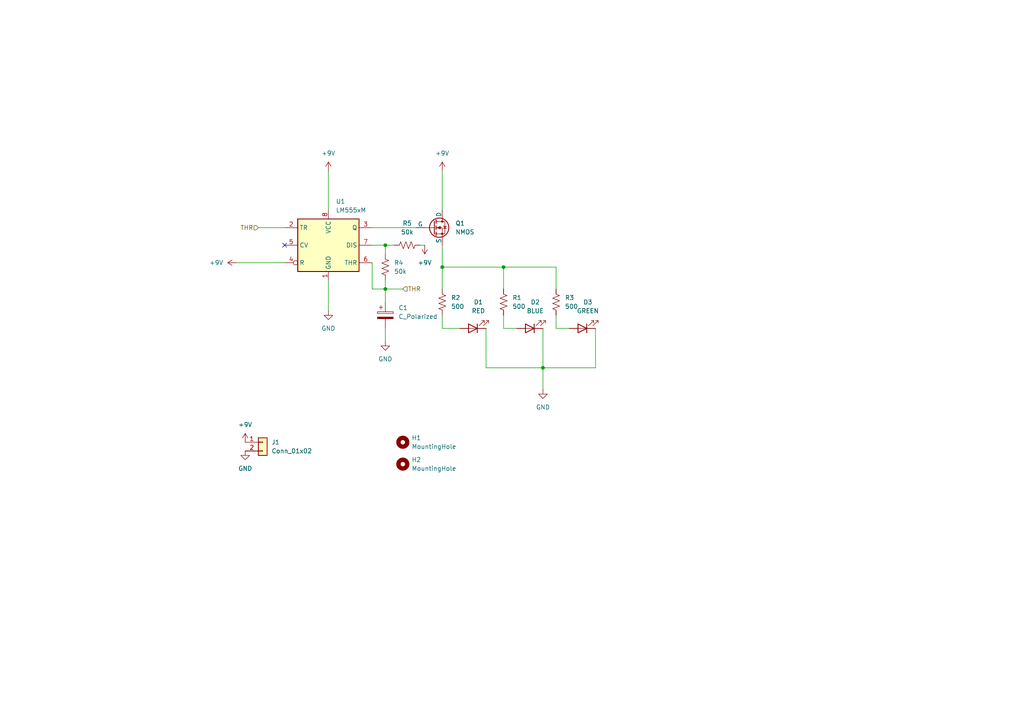
<source format=kicad_sch>
(kicad_sch
	(version 20250114)
	(generator "eeschema")
	(generator_version "9.0")
	(uuid "cbe7dd14-f4ac-481f-bede-bc427dcec5b0")
	(paper "A4")
	(lib_symbols
		(symbol "Connector_Generic:Conn_01x02"
			(pin_names
				(offset 1.016)
				(hide yes)
			)
			(exclude_from_sim no)
			(in_bom yes)
			(on_board yes)
			(property "Reference" "J"
				(at 0 2.54 0)
				(effects
					(font
						(size 1.27 1.27)
					)
				)
			)
			(property "Value" "Conn_01x02"
				(at 0 -5.08 0)
				(effects
					(font
						(size 1.27 1.27)
					)
				)
			)
			(property "Footprint" ""
				(at 0 0 0)
				(effects
					(font
						(size 1.27 1.27)
					)
					(hide yes)
				)
			)
			(property "Datasheet" "~"
				(at 0 0 0)
				(effects
					(font
						(size 1.27 1.27)
					)
					(hide yes)
				)
			)
			(property "Description" "Generic connector, single row, 01x02, script generated (kicad-library-utils/schlib/autogen/connector/)"
				(at 0 0 0)
				(effects
					(font
						(size 1.27 1.27)
					)
					(hide yes)
				)
			)
			(property "ki_keywords" "connector"
				(at 0 0 0)
				(effects
					(font
						(size 1.27 1.27)
					)
					(hide yes)
				)
			)
			(property "ki_fp_filters" "Connector*:*_1x??_*"
				(at 0 0 0)
				(effects
					(font
						(size 1.27 1.27)
					)
					(hide yes)
				)
			)
			(symbol "Conn_01x02_1_1"
				(rectangle
					(start -1.27 1.27)
					(end 1.27 -3.81)
					(stroke
						(width 0.254)
						(type default)
					)
					(fill
						(type background)
					)
				)
				(rectangle
					(start -1.27 0.127)
					(end 0 -0.127)
					(stroke
						(width 0.1524)
						(type default)
					)
					(fill
						(type none)
					)
				)
				(rectangle
					(start -1.27 -2.413)
					(end 0 -2.667)
					(stroke
						(width 0.1524)
						(type default)
					)
					(fill
						(type none)
					)
				)
				(pin passive line
					(at -5.08 0 0)
					(length 3.81)
					(name "Pin_1"
						(effects
							(font
								(size 1.27 1.27)
							)
						)
					)
					(number "1"
						(effects
							(font
								(size 1.27 1.27)
							)
						)
					)
				)
				(pin passive line
					(at -5.08 -2.54 0)
					(length 3.81)
					(name "Pin_2"
						(effects
							(font
								(size 1.27 1.27)
							)
						)
					)
					(number "2"
						(effects
							(font
								(size 1.27 1.27)
							)
						)
					)
				)
			)
			(embedded_fonts no)
		)
		(symbol "Device:C_Polarized"
			(pin_numbers
				(hide yes)
			)
			(pin_names
				(offset 0.254)
			)
			(exclude_from_sim no)
			(in_bom yes)
			(on_board yes)
			(property "Reference" "C"
				(at 0.635 2.54 0)
				(effects
					(font
						(size 1.27 1.27)
					)
					(justify left)
				)
			)
			(property "Value" "C_Polarized"
				(at 0.635 -2.54 0)
				(effects
					(font
						(size 1.27 1.27)
					)
					(justify left)
				)
			)
			(property "Footprint" ""
				(at 0.9652 -3.81 0)
				(effects
					(font
						(size 1.27 1.27)
					)
					(hide yes)
				)
			)
			(property "Datasheet" "~"
				(at 0 0 0)
				(effects
					(font
						(size 1.27 1.27)
					)
					(hide yes)
				)
			)
			(property "Description" "Polarized capacitor"
				(at 0 0 0)
				(effects
					(font
						(size 1.27 1.27)
					)
					(hide yes)
				)
			)
			(property "ki_keywords" "cap capacitor"
				(at 0 0 0)
				(effects
					(font
						(size 1.27 1.27)
					)
					(hide yes)
				)
			)
			(property "ki_fp_filters" "CP_*"
				(at 0 0 0)
				(effects
					(font
						(size 1.27 1.27)
					)
					(hide yes)
				)
			)
			(symbol "C_Polarized_0_1"
				(rectangle
					(start -2.286 0.508)
					(end 2.286 1.016)
					(stroke
						(width 0)
						(type default)
					)
					(fill
						(type none)
					)
				)
				(polyline
					(pts
						(xy -1.778 2.286) (xy -0.762 2.286)
					)
					(stroke
						(width 0)
						(type default)
					)
					(fill
						(type none)
					)
				)
				(polyline
					(pts
						(xy -1.27 2.794) (xy -1.27 1.778)
					)
					(stroke
						(width 0)
						(type default)
					)
					(fill
						(type none)
					)
				)
				(rectangle
					(start 2.286 -0.508)
					(end -2.286 -1.016)
					(stroke
						(width 0)
						(type default)
					)
					(fill
						(type outline)
					)
				)
			)
			(symbol "C_Polarized_1_1"
				(pin passive line
					(at 0 3.81 270)
					(length 2.794)
					(name "~"
						(effects
							(font
								(size 1.27 1.27)
							)
						)
					)
					(number "1"
						(effects
							(font
								(size 1.27 1.27)
							)
						)
					)
				)
				(pin passive line
					(at 0 -3.81 90)
					(length 2.794)
					(name "~"
						(effects
							(font
								(size 1.27 1.27)
							)
						)
					)
					(number "2"
						(effects
							(font
								(size 1.27 1.27)
							)
						)
					)
				)
			)
			(embedded_fonts no)
		)
		(symbol "Device:LED"
			(pin_numbers
				(hide yes)
			)
			(pin_names
				(offset 1.016)
				(hide yes)
			)
			(exclude_from_sim no)
			(in_bom yes)
			(on_board yes)
			(property "Reference" "D"
				(at 0 2.54 0)
				(effects
					(font
						(size 1.27 1.27)
					)
				)
			)
			(property "Value" "LED"
				(at 0 -2.54 0)
				(effects
					(font
						(size 1.27 1.27)
					)
				)
			)
			(property "Footprint" ""
				(at 0 0 0)
				(effects
					(font
						(size 1.27 1.27)
					)
					(hide yes)
				)
			)
			(property "Datasheet" "~"
				(at 0 0 0)
				(effects
					(font
						(size 1.27 1.27)
					)
					(hide yes)
				)
			)
			(property "Description" "Light emitting diode"
				(at 0 0 0)
				(effects
					(font
						(size 1.27 1.27)
					)
					(hide yes)
				)
			)
			(property "Sim.Pins" "1=K 2=A"
				(at 0 0 0)
				(effects
					(font
						(size 1.27 1.27)
					)
					(hide yes)
				)
			)
			(property "ki_keywords" "LED diode"
				(at 0 0 0)
				(effects
					(font
						(size 1.27 1.27)
					)
					(hide yes)
				)
			)
			(property "ki_fp_filters" "LED* LED_SMD:* LED_THT:*"
				(at 0 0 0)
				(effects
					(font
						(size 1.27 1.27)
					)
					(hide yes)
				)
			)
			(symbol "LED_0_1"
				(polyline
					(pts
						(xy -3.048 -0.762) (xy -4.572 -2.286) (xy -3.81 -2.286) (xy -4.572 -2.286) (xy -4.572 -1.524)
					)
					(stroke
						(width 0)
						(type default)
					)
					(fill
						(type none)
					)
				)
				(polyline
					(pts
						(xy -1.778 -0.762) (xy -3.302 -2.286) (xy -2.54 -2.286) (xy -3.302 -2.286) (xy -3.302 -1.524)
					)
					(stroke
						(width 0)
						(type default)
					)
					(fill
						(type none)
					)
				)
				(polyline
					(pts
						(xy -1.27 0) (xy 1.27 0)
					)
					(stroke
						(width 0)
						(type default)
					)
					(fill
						(type none)
					)
				)
				(polyline
					(pts
						(xy -1.27 -1.27) (xy -1.27 1.27)
					)
					(stroke
						(width 0.254)
						(type default)
					)
					(fill
						(type none)
					)
				)
				(polyline
					(pts
						(xy 1.27 -1.27) (xy 1.27 1.27) (xy -1.27 0) (xy 1.27 -1.27)
					)
					(stroke
						(width 0.254)
						(type default)
					)
					(fill
						(type none)
					)
				)
			)
			(symbol "LED_1_1"
				(pin passive line
					(at -3.81 0 0)
					(length 2.54)
					(name "K"
						(effects
							(font
								(size 1.27 1.27)
							)
						)
					)
					(number "1"
						(effects
							(font
								(size 1.27 1.27)
							)
						)
					)
				)
				(pin passive line
					(at 3.81 0 180)
					(length 2.54)
					(name "A"
						(effects
							(font
								(size 1.27 1.27)
							)
						)
					)
					(number "2"
						(effects
							(font
								(size 1.27 1.27)
							)
						)
					)
				)
			)
			(embedded_fonts no)
		)
		(symbol "Device:R_US"
			(pin_numbers
				(hide yes)
			)
			(pin_names
				(offset 0)
			)
			(exclude_from_sim no)
			(in_bom yes)
			(on_board yes)
			(property "Reference" "R"
				(at 2.54 0 90)
				(effects
					(font
						(size 1.27 1.27)
					)
				)
			)
			(property "Value" "R_US"
				(at -2.54 0 90)
				(effects
					(font
						(size 1.27 1.27)
					)
				)
			)
			(property "Footprint" ""
				(at 1.016 -0.254 90)
				(effects
					(font
						(size 1.27 1.27)
					)
					(hide yes)
				)
			)
			(property "Datasheet" "~"
				(at 0 0 0)
				(effects
					(font
						(size 1.27 1.27)
					)
					(hide yes)
				)
			)
			(property "Description" "Resistor, US symbol"
				(at 0 0 0)
				(effects
					(font
						(size 1.27 1.27)
					)
					(hide yes)
				)
			)
			(property "ki_keywords" "R res resistor"
				(at 0 0 0)
				(effects
					(font
						(size 1.27 1.27)
					)
					(hide yes)
				)
			)
			(property "ki_fp_filters" "R_*"
				(at 0 0 0)
				(effects
					(font
						(size 1.27 1.27)
					)
					(hide yes)
				)
			)
			(symbol "R_US_0_1"
				(polyline
					(pts
						(xy 0 2.286) (xy 0 2.54)
					)
					(stroke
						(width 0)
						(type default)
					)
					(fill
						(type none)
					)
				)
				(polyline
					(pts
						(xy 0 2.286) (xy 1.016 1.905) (xy 0 1.524) (xy -1.016 1.143) (xy 0 0.762)
					)
					(stroke
						(width 0)
						(type default)
					)
					(fill
						(type none)
					)
				)
				(polyline
					(pts
						(xy 0 0.762) (xy 1.016 0.381) (xy 0 0) (xy -1.016 -0.381) (xy 0 -0.762)
					)
					(stroke
						(width 0)
						(type default)
					)
					(fill
						(type none)
					)
				)
				(polyline
					(pts
						(xy 0 -0.762) (xy 1.016 -1.143) (xy 0 -1.524) (xy -1.016 -1.905) (xy 0 -2.286)
					)
					(stroke
						(width 0)
						(type default)
					)
					(fill
						(type none)
					)
				)
				(polyline
					(pts
						(xy 0 -2.286) (xy 0 -2.54)
					)
					(stroke
						(width 0)
						(type default)
					)
					(fill
						(type none)
					)
				)
			)
			(symbol "R_US_1_1"
				(pin passive line
					(at 0 3.81 270)
					(length 1.27)
					(name "~"
						(effects
							(font
								(size 1.27 1.27)
							)
						)
					)
					(number "1"
						(effects
							(font
								(size 1.27 1.27)
							)
						)
					)
				)
				(pin passive line
					(at 0 -3.81 90)
					(length 1.27)
					(name "~"
						(effects
							(font
								(size 1.27 1.27)
							)
						)
					)
					(number "2"
						(effects
							(font
								(size 1.27 1.27)
							)
						)
					)
				)
			)
			(embedded_fonts no)
		)
		(symbol "Mechanical:MountingHole"
			(pin_names
				(offset 1.016)
			)
			(exclude_from_sim no)
			(in_bom no)
			(on_board yes)
			(property "Reference" "H"
				(at 0 5.08 0)
				(effects
					(font
						(size 1.27 1.27)
					)
				)
			)
			(property "Value" "MountingHole"
				(at 0 3.175 0)
				(effects
					(font
						(size 1.27 1.27)
					)
				)
			)
			(property "Footprint" ""
				(at 0 0 0)
				(effects
					(font
						(size 1.27 1.27)
					)
					(hide yes)
				)
			)
			(property "Datasheet" "~"
				(at 0 0 0)
				(effects
					(font
						(size 1.27 1.27)
					)
					(hide yes)
				)
			)
			(property "Description" "Mounting Hole without connection"
				(at 0 0 0)
				(effects
					(font
						(size 1.27 1.27)
					)
					(hide yes)
				)
			)
			(property "ki_keywords" "mounting hole"
				(at 0 0 0)
				(effects
					(font
						(size 1.27 1.27)
					)
					(hide yes)
				)
			)
			(property "ki_fp_filters" "MountingHole*"
				(at 0 0 0)
				(effects
					(font
						(size 1.27 1.27)
					)
					(hide yes)
				)
			)
			(symbol "MountingHole_0_1"
				(circle
					(center 0 0)
					(radius 1.27)
					(stroke
						(width 1.27)
						(type default)
					)
					(fill
						(type none)
					)
				)
			)
			(embedded_fonts no)
		)
		(symbol "Simulation_SPICE:NMOS"
			(pin_numbers
				(hide yes)
			)
			(pin_names
				(offset 0)
			)
			(exclude_from_sim no)
			(in_bom yes)
			(on_board yes)
			(property "Reference" "Q"
				(at 5.08 1.27 0)
				(effects
					(font
						(size 1.27 1.27)
					)
					(justify left)
				)
			)
			(property "Value" "NMOS"
				(at 5.08 -1.27 0)
				(effects
					(font
						(size 1.27 1.27)
					)
					(justify left)
				)
			)
			(property "Footprint" ""
				(at 5.08 2.54 0)
				(effects
					(font
						(size 1.27 1.27)
					)
					(hide yes)
				)
			)
			(property "Datasheet" "https://ngspice.sourceforge.io/docs/ngspice-html-manual/manual.xhtml#cha_MOSFETs"
				(at 0 -12.7 0)
				(effects
					(font
						(size 1.27 1.27)
					)
					(hide yes)
				)
			)
			(property "Description" "N-MOSFET transistor, drain/source/gate"
				(at 0 0 0)
				(effects
					(font
						(size 1.27 1.27)
					)
					(hide yes)
				)
			)
			(property "Sim.Device" "NMOS"
				(at 0 -17.145 0)
				(effects
					(font
						(size 1.27 1.27)
					)
					(hide yes)
				)
			)
			(property "Sim.Type" "VDMOS"
				(at 0 -19.05 0)
				(effects
					(font
						(size 1.27 1.27)
					)
					(hide yes)
				)
			)
			(property "Sim.Pins" "1=D 2=G 3=S"
				(at 0 -15.24 0)
				(effects
					(font
						(size 1.27 1.27)
					)
					(hide yes)
				)
			)
			(property "ki_keywords" "transistor NMOS N-MOS N-MOSFET simulation"
				(at 0 0 0)
				(effects
					(font
						(size 1.27 1.27)
					)
					(hide yes)
				)
			)
			(symbol "NMOS_0_1"
				(polyline
					(pts
						(xy 0.254 1.905) (xy 0.254 -1.905)
					)
					(stroke
						(width 0.254)
						(type default)
					)
					(fill
						(type none)
					)
				)
				(polyline
					(pts
						(xy 0.254 0) (xy -2.54 0)
					)
					(stroke
						(width 0)
						(type default)
					)
					(fill
						(type none)
					)
				)
				(polyline
					(pts
						(xy 0.762 2.286) (xy 0.762 1.27)
					)
					(stroke
						(width 0.254)
						(type default)
					)
					(fill
						(type none)
					)
				)
				(polyline
					(pts
						(xy 0.762 0.508) (xy 0.762 -0.508)
					)
					(stroke
						(width 0.254)
						(type default)
					)
					(fill
						(type none)
					)
				)
				(polyline
					(pts
						(xy 0.762 -1.27) (xy 0.762 -2.286)
					)
					(stroke
						(width 0.254)
						(type default)
					)
					(fill
						(type none)
					)
				)
				(polyline
					(pts
						(xy 0.762 -1.778) (xy 3.302 -1.778) (xy 3.302 1.778) (xy 0.762 1.778)
					)
					(stroke
						(width 0)
						(type default)
					)
					(fill
						(type none)
					)
				)
				(polyline
					(pts
						(xy 1.016 0) (xy 2.032 0.381) (xy 2.032 -0.381) (xy 1.016 0)
					)
					(stroke
						(width 0)
						(type default)
					)
					(fill
						(type outline)
					)
				)
				(circle
					(center 1.651 0)
					(radius 2.794)
					(stroke
						(width 0.254)
						(type default)
					)
					(fill
						(type none)
					)
				)
				(polyline
					(pts
						(xy 2.54 2.54) (xy 2.54 1.778)
					)
					(stroke
						(width 0)
						(type default)
					)
					(fill
						(type none)
					)
				)
				(circle
					(center 2.54 1.778)
					(radius 0.254)
					(stroke
						(width 0)
						(type default)
					)
					(fill
						(type outline)
					)
				)
				(circle
					(center 2.54 -1.778)
					(radius 0.254)
					(stroke
						(width 0)
						(type default)
					)
					(fill
						(type outline)
					)
				)
				(polyline
					(pts
						(xy 2.54 -2.54) (xy 2.54 0) (xy 0.762 0)
					)
					(stroke
						(width 0)
						(type default)
					)
					(fill
						(type none)
					)
				)
				(polyline
					(pts
						(xy 2.794 0.508) (xy 2.921 0.381) (xy 3.683 0.381) (xy 3.81 0.254)
					)
					(stroke
						(width 0)
						(type default)
					)
					(fill
						(type none)
					)
				)
				(polyline
					(pts
						(xy 3.302 0.381) (xy 2.921 -0.254) (xy 3.683 -0.254) (xy 3.302 0.381)
					)
					(stroke
						(width 0)
						(type default)
					)
					(fill
						(type none)
					)
				)
			)
			(symbol "NMOS_1_1"
				(pin input line
					(at -5.08 0 0)
					(length 2.54)
					(name "G"
						(effects
							(font
								(size 1.27 1.27)
							)
						)
					)
					(number "2"
						(effects
							(font
								(size 1.27 1.27)
							)
						)
					)
				)
				(pin passive line
					(at 2.54 5.08 270)
					(length 2.54)
					(name "D"
						(effects
							(font
								(size 1.27 1.27)
							)
						)
					)
					(number "1"
						(effects
							(font
								(size 1.27 1.27)
							)
						)
					)
				)
				(pin passive line
					(at 2.54 -5.08 90)
					(length 2.54)
					(name "S"
						(effects
							(font
								(size 1.27 1.27)
							)
						)
					)
					(number "3"
						(effects
							(font
								(size 1.27 1.27)
							)
						)
					)
				)
			)
			(embedded_fonts no)
		)
		(symbol "Timer:LM555xM"
			(exclude_from_sim no)
			(in_bom yes)
			(on_board yes)
			(property "Reference" "U"
				(at -10.16 8.89 0)
				(effects
					(font
						(size 1.27 1.27)
					)
					(justify left)
				)
			)
			(property "Value" "LM555xM"
				(at 2.54 8.89 0)
				(effects
					(font
						(size 1.27 1.27)
					)
					(justify left)
				)
			)
			(property "Footprint" "Package_SO:SOIC-8_3.9x4.9mm_P1.27mm"
				(at 21.59 -10.16 0)
				(effects
					(font
						(size 1.27 1.27)
					)
					(hide yes)
				)
			)
			(property "Datasheet" "http://www.ti.com/lit/ds/symlink/lm555.pdf"
				(at 21.59 -10.16 0)
				(effects
					(font
						(size 1.27 1.27)
					)
					(hide yes)
				)
			)
			(property "Description" "Timer, 555 compatible, SOIC-8"
				(at 0 0 0)
				(effects
					(font
						(size 1.27 1.27)
					)
					(hide yes)
				)
			)
			(property "ki_keywords" "single timer 555"
				(at 0 0 0)
				(effects
					(font
						(size 1.27 1.27)
					)
					(hide yes)
				)
			)
			(property "ki_fp_filters" "SOIC*3.9x4.9mm*P1.27mm*"
				(at 0 0 0)
				(effects
					(font
						(size 1.27 1.27)
					)
					(hide yes)
				)
			)
			(symbol "LM555xM_0_0"
				(pin power_in line
					(at 0 10.16 270)
					(length 2.54)
					(name "VCC"
						(effects
							(font
								(size 1.27 1.27)
							)
						)
					)
					(number "8"
						(effects
							(font
								(size 1.27 1.27)
							)
						)
					)
				)
				(pin power_in line
					(at 0 -10.16 90)
					(length 2.54)
					(name "GND"
						(effects
							(font
								(size 1.27 1.27)
							)
						)
					)
					(number "1"
						(effects
							(font
								(size 1.27 1.27)
							)
						)
					)
				)
			)
			(symbol "LM555xM_0_1"
				(rectangle
					(start -8.89 -7.62)
					(end 8.89 7.62)
					(stroke
						(width 0.254)
						(type default)
					)
					(fill
						(type background)
					)
				)
				(rectangle
					(start -8.89 -7.62)
					(end 8.89 7.62)
					(stroke
						(width 0.254)
						(type default)
					)
					(fill
						(type background)
					)
				)
			)
			(symbol "LM555xM_1_1"
				(pin input line
					(at -12.7 5.08 0)
					(length 3.81)
					(name "TR"
						(effects
							(font
								(size 1.27 1.27)
							)
						)
					)
					(number "2"
						(effects
							(font
								(size 1.27 1.27)
							)
						)
					)
				)
				(pin input line
					(at -12.7 0 0)
					(length 3.81)
					(name "CV"
						(effects
							(font
								(size 1.27 1.27)
							)
						)
					)
					(number "5"
						(effects
							(font
								(size 1.27 1.27)
							)
						)
					)
				)
				(pin input inverted
					(at -12.7 -5.08 0)
					(length 3.81)
					(name "R"
						(effects
							(font
								(size 1.27 1.27)
							)
						)
					)
					(number "4"
						(effects
							(font
								(size 1.27 1.27)
							)
						)
					)
				)
				(pin output line
					(at 12.7 5.08 180)
					(length 3.81)
					(name "Q"
						(effects
							(font
								(size 1.27 1.27)
							)
						)
					)
					(number "3"
						(effects
							(font
								(size 1.27 1.27)
							)
						)
					)
				)
				(pin input line
					(at 12.7 0 180)
					(length 3.81)
					(name "DIS"
						(effects
							(font
								(size 1.27 1.27)
							)
						)
					)
					(number "7"
						(effects
							(font
								(size 1.27 1.27)
							)
						)
					)
				)
				(pin input line
					(at 12.7 -5.08 180)
					(length 3.81)
					(name "THR"
						(effects
							(font
								(size 1.27 1.27)
							)
						)
					)
					(number "6"
						(effects
							(font
								(size 1.27 1.27)
							)
						)
					)
				)
			)
			(embedded_fonts no)
		)
		(symbol "power:+9V"
			(power)
			(pin_numbers
				(hide yes)
			)
			(pin_names
				(offset 0)
				(hide yes)
			)
			(exclude_from_sim no)
			(in_bom yes)
			(on_board yes)
			(property "Reference" "#PWR"
				(at 0 -3.81 0)
				(effects
					(font
						(size 1.27 1.27)
					)
					(hide yes)
				)
			)
			(property "Value" "+9V"
				(at 0 3.556 0)
				(effects
					(font
						(size 1.27 1.27)
					)
				)
			)
			(property "Footprint" ""
				(at 0 0 0)
				(effects
					(font
						(size 1.27 1.27)
					)
					(hide yes)
				)
			)
			(property "Datasheet" ""
				(at 0 0 0)
				(effects
					(font
						(size 1.27 1.27)
					)
					(hide yes)
				)
			)
			(property "Description" "Power symbol creates a global label with name \"+9V\""
				(at 0 0 0)
				(effects
					(font
						(size 1.27 1.27)
					)
					(hide yes)
				)
			)
			(property "ki_keywords" "global power"
				(at 0 0 0)
				(effects
					(font
						(size 1.27 1.27)
					)
					(hide yes)
				)
			)
			(symbol "+9V_0_1"
				(polyline
					(pts
						(xy -0.762 1.27) (xy 0 2.54)
					)
					(stroke
						(width 0)
						(type default)
					)
					(fill
						(type none)
					)
				)
				(polyline
					(pts
						(xy 0 2.54) (xy 0.762 1.27)
					)
					(stroke
						(width 0)
						(type default)
					)
					(fill
						(type none)
					)
				)
				(polyline
					(pts
						(xy 0 0) (xy 0 2.54)
					)
					(stroke
						(width 0)
						(type default)
					)
					(fill
						(type none)
					)
				)
			)
			(symbol "+9V_1_1"
				(pin power_in line
					(at 0 0 90)
					(length 0)
					(name "~"
						(effects
							(font
								(size 1.27 1.27)
							)
						)
					)
					(number "1"
						(effects
							(font
								(size 1.27 1.27)
							)
						)
					)
				)
			)
			(embedded_fonts no)
		)
		(symbol "power:GND"
			(power)
			(pin_numbers
				(hide yes)
			)
			(pin_names
				(offset 0)
				(hide yes)
			)
			(exclude_from_sim no)
			(in_bom yes)
			(on_board yes)
			(property "Reference" "#PWR"
				(at 0 -6.35 0)
				(effects
					(font
						(size 1.27 1.27)
					)
					(hide yes)
				)
			)
			(property "Value" "GND"
				(at 0 -3.81 0)
				(effects
					(font
						(size 1.27 1.27)
					)
				)
			)
			(property "Footprint" ""
				(at 0 0 0)
				(effects
					(font
						(size 1.27 1.27)
					)
					(hide yes)
				)
			)
			(property "Datasheet" ""
				(at 0 0 0)
				(effects
					(font
						(size 1.27 1.27)
					)
					(hide yes)
				)
			)
			(property "Description" "Power symbol creates a global label with name \"GND\" , ground"
				(at 0 0 0)
				(effects
					(font
						(size 1.27 1.27)
					)
					(hide yes)
				)
			)
			(property "ki_keywords" "global power"
				(at 0 0 0)
				(effects
					(font
						(size 1.27 1.27)
					)
					(hide yes)
				)
			)
			(symbol "GND_0_1"
				(polyline
					(pts
						(xy 0 0) (xy 0 -1.27) (xy 1.27 -1.27) (xy 0 -2.54) (xy -1.27 -1.27) (xy 0 -1.27)
					)
					(stroke
						(width 0)
						(type default)
					)
					(fill
						(type none)
					)
				)
			)
			(symbol "GND_1_1"
				(pin power_in line
					(at 0 0 270)
					(length 0)
					(name "~"
						(effects
							(font
								(size 1.27 1.27)
							)
						)
					)
					(number "1"
						(effects
							(font
								(size 1.27 1.27)
							)
						)
					)
				)
			)
			(embedded_fonts no)
		)
	)
	(junction
		(at 111.76 71.12)
		(diameter 0)
		(color 0 0 0 0)
		(uuid "01e6e1b8-8944-455f-8f21-a5456be7ebde")
	)
	(junction
		(at 146.05 77.47)
		(diameter 0)
		(color 0 0 0 0)
		(uuid "558c0531-5feb-40e2-8ffc-033ea209e12c")
	)
	(junction
		(at 128.27 77.47)
		(diameter 0)
		(color 0 0 0 0)
		(uuid "7ad3af78-62c8-4968-a391-633b50258fcf")
	)
	(junction
		(at 111.76 83.82)
		(diameter 0)
		(color 0 0 0 0)
		(uuid "c0e3a3b0-895e-4fce-a635-c947df981ec9")
	)
	(junction
		(at 157.48 106.68)
		(diameter 0)
		(color 0 0 0 0)
		(uuid "e231a438-db8d-458d-acae-f68e3ad41afa")
	)
	(no_connect
		(at 82.55 71.12)
		(uuid "51d3ff6b-6669-4a9f-9e15-e0da03b75570")
	)
	(wire
		(pts
			(xy 128.27 77.47) (xy 146.05 77.47)
		)
		(stroke
			(width 0)
			(type default)
		)
		(uuid "07d91e79-3522-40ca-b3b1-f805d64e53f5")
	)
	(wire
		(pts
			(xy 107.95 83.82) (xy 111.76 83.82)
		)
		(stroke
			(width 0)
			(type default)
		)
		(uuid "13518f5f-f4c2-489a-8d7f-35614cb86465")
	)
	(wire
		(pts
			(xy 128.27 95.25) (xy 133.35 95.25)
		)
		(stroke
			(width 0)
			(type default)
		)
		(uuid "13c75f1b-02db-489f-9035-87c49d9dddb6")
	)
	(wire
		(pts
			(xy 128.27 71.12) (xy 128.27 77.47)
		)
		(stroke
			(width 0)
			(type default)
		)
		(uuid "1775ddae-e040-4227-804d-c16330485a8c")
	)
	(wire
		(pts
			(xy 146.05 77.47) (xy 146.05 83.82)
		)
		(stroke
			(width 0)
			(type default)
		)
		(uuid "2387dba9-561e-4d4e-95af-be99ec947de6")
	)
	(wire
		(pts
			(xy 95.25 81.28) (xy 95.25 90.17)
		)
		(stroke
			(width 0)
			(type default)
		)
		(uuid "389baf47-47f7-4cce-84c9-20455cec5937")
	)
	(wire
		(pts
			(xy 128.27 49.53) (xy 128.27 60.96)
		)
		(stroke
			(width 0)
			(type default)
		)
		(uuid "3b75a948-ce8d-4543-be6c-10d99b5da62a")
	)
	(wire
		(pts
			(xy 111.76 95.25) (xy 111.76 99.06)
		)
		(stroke
			(width 0)
			(type default)
		)
		(uuid "46745e78-ffca-44b7-943f-b0499f470414")
	)
	(wire
		(pts
			(xy 157.48 106.68) (xy 157.48 113.03)
		)
		(stroke
			(width 0)
			(type default)
		)
		(uuid "4a25a2fd-60a2-48d2-b1eb-775a4d5b7201")
	)
	(wire
		(pts
			(xy 111.76 83.82) (xy 111.76 87.63)
		)
		(stroke
			(width 0)
			(type default)
		)
		(uuid "4b9681f4-d10a-4441-8bb6-0cf757d85974")
	)
	(wire
		(pts
			(xy 111.76 81.28) (xy 111.76 83.82)
		)
		(stroke
			(width 0)
			(type default)
		)
		(uuid "50a01319-ea5e-4f28-bbbd-0445b0957ec3")
	)
	(wire
		(pts
			(xy 128.27 77.47) (xy 128.27 83.82)
		)
		(stroke
			(width 0)
			(type default)
		)
		(uuid "6b15e00e-6f45-4d5e-add4-b24bd4a9c510")
	)
	(wire
		(pts
			(xy 68.58 76.2) (xy 82.55 76.2)
		)
		(stroke
			(width 0)
			(type default)
		)
		(uuid "74e8b372-4555-40c5-ad54-b4ffa9905505")
	)
	(wire
		(pts
			(xy 111.76 73.66) (xy 111.76 71.12)
		)
		(stroke
			(width 0)
			(type default)
		)
		(uuid "7516eedb-152b-4e82-a2d5-f26286799807")
	)
	(wire
		(pts
			(xy 146.05 91.44) (xy 146.05 95.25)
		)
		(stroke
			(width 0)
			(type default)
		)
		(uuid "7b9cf0a6-c1bf-458a-9d75-daba93cca569")
	)
	(wire
		(pts
			(xy 95.25 49.53) (xy 95.25 60.96)
		)
		(stroke
			(width 0)
			(type default)
		)
		(uuid "7c82d77d-8ee0-4c8e-95df-08ecf4917ce1")
	)
	(wire
		(pts
			(xy 161.29 77.47) (xy 161.29 83.82)
		)
		(stroke
			(width 0)
			(type default)
		)
		(uuid "7fcc5fb6-fa92-4a1c-ae8f-6dd3d99b10cb")
	)
	(wire
		(pts
			(xy 161.29 91.44) (xy 161.29 95.25)
		)
		(stroke
			(width 0)
			(type default)
		)
		(uuid "82439abb-4970-4777-af19-e9b78623f4b8")
	)
	(wire
		(pts
			(xy 146.05 95.25) (xy 149.86 95.25)
		)
		(stroke
			(width 0)
			(type default)
		)
		(uuid "83b5800d-ad5d-494e-ac53-03331cb652d7")
	)
	(wire
		(pts
			(xy 157.48 106.68) (xy 157.48 95.25)
		)
		(stroke
			(width 0)
			(type default)
		)
		(uuid "a06e5dad-8978-44dd-9e70-7b11a43ae6aa")
	)
	(wire
		(pts
			(xy 161.29 95.25) (xy 165.1 95.25)
		)
		(stroke
			(width 0)
			(type default)
		)
		(uuid "a24a0ad2-050f-4bc7-a249-561eb8fbd474")
	)
	(wire
		(pts
			(xy 107.95 66.04) (xy 120.65 66.04)
		)
		(stroke
			(width 0)
			(type default)
		)
		(uuid "a3e6fca6-472e-41d1-9020-24fa8c09015a")
	)
	(wire
		(pts
			(xy 157.48 106.68) (xy 172.72 106.68)
		)
		(stroke
			(width 0)
			(type default)
		)
		(uuid "a3fdb84d-a339-420e-8118-ccc393999adc")
	)
	(wire
		(pts
			(xy 107.95 76.2) (xy 107.95 83.82)
		)
		(stroke
			(width 0)
			(type default)
		)
		(uuid "a6da9450-3e53-4cc3-b646-2033bf304fdf")
	)
	(wire
		(pts
			(xy 111.76 83.82) (xy 116.84 83.82)
		)
		(stroke
			(width 0)
			(type default)
		)
		(uuid "b54c26dd-93a2-44fc-9833-18c75db4fef9")
	)
	(wire
		(pts
			(xy 111.76 71.12) (xy 107.95 71.12)
		)
		(stroke
			(width 0)
			(type default)
		)
		(uuid "bab3093e-1aa5-4427-967d-2546fb89e202")
	)
	(wire
		(pts
			(xy 140.97 106.68) (xy 157.48 106.68)
		)
		(stroke
			(width 0)
			(type default)
		)
		(uuid "bca3d5c6-2b7d-4fe3-8c0a-dbd3a27b1c44")
	)
	(wire
		(pts
			(xy 74.93 66.04) (xy 82.55 66.04)
		)
		(stroke
			(width 0)
			(type default)
		)
		(uuid "c24e5ebc-d6a7-46dd-9ad7-1e703fa27154")
	)
	(wire
		(pts
			(xy 114.3 71.12) (xy 111.76 71.12)
		)
		(stroke
			(width 0)
			(type default)
		)
		(uuid "cc452ad7-3c28-4513-805d-429b5895796d")
	)
	(wire
		(pts
			(xy 146.05 77.47) (xy 161.29 77.47)
		)
		(stroke
			(width 0)
			(type default)
		)
		(uuid "ce107527-985a-412f-abb9-a30909e9ece9")
	)
	(wire
		(pts
			(xy 128.27 91.44) (xy 128.27 95.25)
		)
		(stroke
			(width 0)
			(type default)
		)
		(uuid "d27519fc-0977-40ac-bf2c-e2d9bf03cc13")
	)
	(wire
		(pts
			(xy 123.19 71.12) (xy 121.92 71.12)
		)
		(stroke
			(width 0)
			(type default)
		)
		(uuid "d52bccf7-6c49-44bf-b0b0-a006c0db8fbc")
	)
	(wire
		(pts
			(xy 172.72 106.68) (xy 172.72 95.25)
		)
		(stroke
			(width 0)
			(type default)
		)
		(uuid "e043fcef-43c7-4790-a047-7c2d28e4c20c")
	)
	(wire
		(pts
			(xy 140.97 95.25) (xy 140.97 106.68)
		)
		(stroke
			(width 0)
			(type default)
		)
		(uuid "e62003f6-20df-4227-9eff-bd9924c4b200")
	)
	(hierarchical_label "THR"
		(shape input)
		(at 116.84 83.82 0)
		(effects
			(font
				(size 1.27 1.27)
			)
			(justify left)
		)
		(uuid "b9cf5718-51e4-4ee6-87db-1a772c54ed30")
	)
	(hierarchical_label "THR"
		(shape input)
		(at 74.93 66.04 180)
		(effects
			(font
				(size 1.27 1.27)
			)
			(justify right)
		)
		(uuid "e4eab812-1c0a-419e-a9bc-02922bd5a1e7")
	)
	(symbol
		(lib_id "Device:LED")
		(at 168.91 95.25 180)
		(unit 1)
		(exclude_from_sim no)
		(in_bom yes)
		(on_board yes)
		(dnp no)
		(fields_autoplaced yes)
		(uuid "131a0d8a-393c-4347-a606-2959a9a82fb1")
		(property "Reference" "D3"
			(at 170.4975 87.63 0)
			(effects
				(font
					(size 1.27 1.27)
				)
			)
		)
		(property "Value" "GREEN"
			(at 170.4975 90.17 0)
			(effects
				(font
					(size 1.27 1.27)
				)
			)
		)
		(property "Footprint" "LED_THT:LED_D3.0mm_Horizontal_O3.81mm_Z6.0mm"
			(at 168.91 95.25 0)
			(effects
				(font
					(size 1.27 1.27)
				)
				(hide yes)
			)
		)
		(property "Datasheet" "~"
			(at 168.91 95.25 0)
			(effects
				(font
					(size 1.27 1.27)
				)
				(hide yes)
			)
		)
		(property "Description" "Light emitting diode"
			(at 168.91 95.25 0)
			(effects
				(font
					(size 1.27 1.27)
				)
				(hide yes)
			)
		)
		(property "Sim.Pins" "1=K 2=A"
			(at 168.91 95.25 0)
			(effects
				(font
					(size 1.27 1.27)
				)
				(hide yes)
			)
		)
		(pin "1"
			(uuid "5c2583c6-b0b5-4240-9248-5c4708eb298d")
		)
		(pin "2"
			(uuid "7be2f723-c839-47b8-b80f-9461a5390cb1")
		)
		(instances
			(project "temp_project"
				(path "/cbe7dd14-f4ac-481f-bede-bc427dcec5b0"
					(reference "D3")
					(unit 1)
				)
			)
		)
	)
	(symbol
		(lib_id "Device:R_US")
		(at 111.76 77.47 0)
		(unit 1)
		(exclude_from_sim no)
		(in_bom yes)
		(on_board yes)
		(dnp no)
		(fields_autoplaced yes)
		(uuid "13383635-edcf-47de-a154-7d6f3a5b8495")
		(property "Reference" "R4"
			(at 114.3 76.1999 0)
			(effects
				(font
					(size 1.27 1.27)
				)
				(justify left)
			)
		)
		(property "Value" "50k"
			(at 114.3 78.7399 0)
			(effects
				(font
					(size 1.27 1.27)
				)
				(justify left)
			)
		)
		(property "Footprint" "Resistor_THT:R_Axial_DIN0207_L6.3mm_D2.5mm_P10.16mm_Horizontal"
			(at 112.776 77.724 90)
			(effects
				(font
					(size 1.27 1.27)
				)
				(hide yes)
			)
		)
		(property "Datasheet" "~"
			(at 111.76 77.47 0)
			(effects
				(font
					(size 1.27 1.27)
				)
				(hide yes)
			)
		)
		(property "Description" "Resistor, US symbol"
			(at 111.76 77.47 0)
			(effects
				(font
					(size 1.27 1.27)
				)
				(hide yes)
			)
		)
		(pin "2"
			(uuid "cd706276-cc5f-4432-b7dc-75f1d38f3812")
		)
		(pin "1"
			(uuid "22ea158c-90da-41a5-ab9d-343cbb8d4479")
		)
		(instances
			(project "temp_project"
				(path "/cbe7dd14-f4ac-481f-bede-bc427dcec5b0"
					(reference "R4")
					(unit 1)
				)
			)
		)
	)
	(symbol
		(lib_id "Mechanical:MountingHole")
		(at 116.84 128.27 0)
		(unit 1)
		(exclude_from_sim no)
		(in_bom no)
		(on_board yes)
		(dnp no)
		(fields_autoplaced yes)
		(uuid "1736e066-c0b1-4039-9805-bab9442d65b9")
		(property "Reference" "H1"
			(at 119.38 126.9999 0)
			(effects
				(font
					(size 1.27 1.27)
				)
				(justify left)
			)
		)
		(property "Value" "MountingHole"
			(at 119.38 129.5399 0)
			(effects
				(font
					(size 1.27 1.27)
				)
				(justify left)
			)
		)
		(property "Footprint" "MountingHole:MountingHole_2.1mm"
			(at 116.84 128.27 0)
			(effects
				(font
					(size 1.27 1.27)
				)
				(hide yes)
			)
		)
		(property "Datasheet" "~"
			(at 116.84 128.27 0)
			(effects
				(font
					(size 1.27 1.27)
				)
				(hide yes)
			)
		)
		(property "Description" "Mounting Hole without connection"
			(at 116.84 128.27 0)
			(effects
				(font
					(size 1.27 1.27)
				)
				(hide yes)
			)
		)
		(instances
			(project ""
				(path "/cbe7dd14-f4ac-481f-bede-bc427dcec5b0"
					(reference "H1")
					(unit 1)
				)
			)
		)
	)
	(symbol
		(lib_id "power:+9V")
		(at 71.12 128.27 0)
		(unit 1)
		(exclude_from_sim no)
		(in_bom yes)
		(on_board yes)
		(dnp no)
		(fields_autoplaced yes)
		(uuid "20e0bb91-9117-40ff-a68a-656ca88c6546")
		(property "Reference" "#PWR08"
			(at 71.12 132.08 0)
			(effects
				(font
					(size 1.27 1.27)
				)
				(hide yes)
			)
		)
		(property "Value" "+9V"
			(at 71.12 123.19 0)
			(effects
				(font
					(size 1.27 1.27)
				)
			)
		)
		(property "Footprint" ""
			(at 71.12 128.27 0)
			(effects
				(font
					(size 1.27 1.27)
				)
				(hide yes)
			)
		)
		(property "Datasheet" ""
			(at 71.12 128.27 0)
			(effects
				(font
					(size 1.27 1.27)
				)
				(hide yes)
			)
		)
		(property "Description" "Power symbol creates a global label with name \"+9V\""
			(at 71.12 128.27 0)
			(effects
				(font
					(size 1.27 1.27)
				)
				(hide yes)
			)
		)
		(pin "1"
			(uuid "676a6a8f-58db-49dd-8f5a-931985688906")
		)
		(instances
			(project ""
				(path "/cbe7dd14-f4ac-481f-bede-bc427dcec5b0"
					(reference "#PWR08")
					(unit 1)
				)
			)
		)
	)
	(symbol
		(lib_id "power:GND")
		(at 71.12 130.81 0)
		(unit 1)
		(exclude_from_sim no)
		(in_bom yes)
		(on_board yes)
		(dnp no)
		(fields_autoplaced yes)
		(uuid "25d4dc7c-278b-4dd4-be7c-9fa294a998a4")
		(property "Reference" "#PWR09"
			(at 71.12 137.16 0)
			(effects
				(font
					(size 1.27 1.27)
				)
				(hide yes)
			)
		)
		(property "Value" "GND"
			(at 71.12 135.89 0)
			(effects
				(font
					(size 1.27 1.27)
				)
			)
		)
		(property "Footprint" ""
			(at 71.12 130.81 0)
			(effects
				(font
					(size 1.27 1.27)
				)
				(hide yes)
			)
		)
		(property "Datasheet" ""
			(at 71.12 130.81 0)
			(effects
				(font
					(size 1.27 1.27)
				)
				(hide yes)
			)
		)
		(property "Description" "Power symbol creates a global label with name \"GND\" , ground"
			(at 71.12 130.81 0)
			(effects
				(font
					(size 1.27 1.27)
				)
				(hide yes)
			)
		)
		(pin "1"
			(uuid "85c1fb6c-ae56-4e90-a3ba-5612f28d4b19")
		)
		(instances
			(project "temp_project"
				(path "/cbe7dd14-f4ac-481f-bede-bc427dcec5b0"
					(reference "#PWR09")
					(unit 1)
				)
			)
		)
	)
	(symbol
		(lib_id "Timer:LM555xM")
		(at 95.25 71.12 0)
		(unit 1)
		(exclude_from_sim no)
		(in_bom yes)
		(on_board yes)
		(dnp no)
		(fields_autoplaced yes)
		(uuid "2b17e225-092b-4903-b9ee-d931fad0ef78")
		(property "Reference" "U1"
			(at 97.3933 58.42 0)
			(effects
				(font
					(size 1.27 1.27)
				)
				(justify left)
			)
		)
		(property "Value" "LM555xM"
			(at 97.3933 60.96 0)
			(effects
				(font
					(size 1.27 1.27)
				)
				(justify left)
			)
		)
		(property "Footprint" "Package_SO:SOIC-8_3.9x4.9mm_P1.27mm"
			(at 116.84 81.28 0)
			(effects
				(font
					(size 1.27 1.27)
				)
				(hide yes)
			)
		)
		(property "Datasheet" "http://www.ti.com/lit/ds/symlink/lm555.pdf"
			(at 116.84 81.28 0)
			(effects
				(font
					(size 1.27 1.27)
				)
				(hide yes)
			)
		)
		(property "Description" "Timer, 555 compatible, SOIC-8"
			(at 95.25 71.12 0)
			(effects
				(font
					(size 1.27 1.27)
				)
				(hide yes)
			)
		)
		(pin "8"
			(uuid "bb0da6ba-f243-4c0a-8295-26f0e4257137")
		)
		(pin "7"
			(uuid "7a9126dc-a786-48a8-a55d-bddfde17e8e8")
		)
		(pin "6"
			(uuid "d2f20fd6-7d4d-4b2f-9333-60b34cdaaa30")
		)
		(pin "1"
			(uuid "806c44d6-8c03-468e-bd02-9f665b515d74")
		)
		(pin "2"
			(uuid "efe4d0dd-192a-4645-b026-a41d394eef93")
		)
		(pin "5"
			(uuid "cf642437-4fed-4941-8bc8-040197d51e5f")
		)
		(pin "4"
			(uuid "c7abb314-fd88-429a-989c-ec347f2055d6")
		)
		(pin "3"
			(uuid "bc9e6690-8364-44e1-99ea-5dff4f529aaf")
		)
		(instances
			(project ""
				(path "/cbe7dd14-f4ac-481f-bede-bc427dcec5b0"
					(reference "U1")
					(unit 1)
				)
			)
		)
	)
	(symbol
		(lib_id "power:GND")
		(at 111.76 99.06 0)
		(unit 1)
		(exclude_from_sim no)
		(in_bom yes)
		(on_board yes)
		(dnp no)
		(fields_autoplaced yes)
		(uuid "47a34065-a812-4701-95c0-266504ab557f")
		(property "Reference" "#PWR06"
			(at 111.76 105.41 0)
			(effects
				(font
					(size 1.27 1.27)
				)
				(hide yes)
			)
		)
		(property "Value" "GND"
			(at 111.76 104.14 0)
			(effects
				(font
					(size 1.27 1.27)
				)
			)
		)
		(property "Footprint" ""
			(at 111.76 99.06 0)
			(effects
				(font
					(size 1.27 1.27)
				)
				(hide yes)
			)
		)
		(property "Datasheet" ""
			(at 111.76 99.06 0)
			(effects
				(font
					(size 1.27 1.27)
				)
				(hide yes)
			)
		)
		(property "Description" "Power symbol creates a global label with name \"GND\" , ground"
			(at 111.76 99.06 0)
			(effects
				(font
					(size 1.27 1.27)
				)
				(hide yes)
			)
		)
		(pin "1"
			(uuid "60b36e65-32e8-4828-8b86-33b290948ffe")
		)
		(instances
			(project ""
				(path "/cbe7dd14-f4ac-481f-bede-bc427dcec5b0"
					(reference "#PWR06")
					(unit 1)
				)
			)
		)
	)
	(symbol
		(lib_id "Device:LED")
		(at 137.16 95.25 180)
		(unit 1)
		(exclude_from_sim no)
		(in_bom yes)
		(on_board yes)
		(dnp no)
		(fields_autoplaced yes)
		(uuid "4d4d18b1-b47e-4dd1-8712-8a31812ae506")
		(property "Reference" "D1"
			(at 138.7475 87.63 0)
			(effects
				(font
					(size 1.27 1.27)
				)
			)
		)
		(property "Value" "RED"
			(at 138.7475 90.17 0)
			(effects
				(font
					(size 1.27 1.27)
				)
			)
		)
		(property "Footprint" "LED_THT:LED_D3.0mm_Horizontal_O3.81mm_Z6.0mm"
			(at 137.16 95.25 0)
			(effects
				(font
					(size 1.27 1.27)
				)
				(hide yes)
			)
		)
		(property "Datasheet" "~"
			(at 137.16 95.25 0)
			(effects
				(font
					(size 1.27 1.27)
				)
				(hide yes)
			)
		)
		(property "Description" "Light emitting diode"
			(at 137.16 95.25 0)
			(effects
				(font
					(size 1.27 1.27)
				)
				(hide yes)
			)
		)
		(property "Sim.Pins" "1=K 2=A"
			(at 137.16 95.25 0)
			(effects
				(font
					(size 1.27 1.27)
				)
				(hide yes)
			)
		)
		(pin "1"
			(uuid "9bcd13f5-88f4-4b64-b5cd-c283a6612194")
		)
		(pin "2"
			(uuid "dcda03c2-8c5c-4b8b-a486-f12770ef6a13")
		)
		(instances
			(project ""
				(path "/cbe7dd14-f4ac-481f-bede-bc427dcec5b0"
					(reference "D1")
					(unit 1)
				)
			)
		)
	)
	(symbol
		(lib_id "Device:R_US")
		(at 118.11 71.12 90)
		(unit 1)
		(exclude_from_sim no)
		(in_bom yes)
		(on_board yes)
		(dnp no)
		(fields_autoplaced yes)
		(uuid "5ac73f9d-c556-4ca7-a79e-37c9f1b35746")
		(property "Reference" "R5"
			(at 118.11 64.77 90)
			(effects
				(font
					(size 1.27 1.27)
				)
			)
		)
		(property "Value" "50k"
			(at 118.11 67.31 90)
			(effects
				(font
					(size 1.27 1.27)
				)
			)
		)
		(property "Footprint" "Resistor_THT:R_Axial_DIN0207_L6.3mm_D2.5mm_P10.16mm_Horizontal"
			(at 118.364 70.104 90)
			(effects
				(font
					(size 1.27 1.27)
				)
				(hide yes)
			)
		)
		(property "Datasheet" "~"
			(at 118.11 71.12 0)
			(effects
				(font
					(size 1.27 1.27)
				)
				(hide yes)
			)
		)
		(property "Description" "Resistor, US symbol"
			(at 118.11 71.12 0)
			(effects
				(font
					(size 1.27 1.27)
				)
				(hide yes)
			)
		)
		(pin "2"
			(uuid "d8cae407-7bb3-4513-ab1c-cdc2e09ea71e")
		)
		(pin "1"
			(uuid "45caf345-6c92-4582-a125-0eef29d694ba")
		)
		(instances
			(project "temp_project"
				(path "/cbe7dd14-f4ac-481f-bede-bc427dcec5b0"
					(reference "R5")
					(unit 1)
				)
			)
		)
	)
	(symbol
		(lib_id "Simulation_SPICE:NMOS")
		(at 125.73 66.04 0)
		(unit 1)
		(exclude_from_sim no)
		(in_bom yes)
		(on_board yes)
		(dnp no)
		(fields_autoplaced yes)
		(uuid "5ebfe185-810c-4022-987f-abc44a644691")
		(property "Reference" "Q1"
			(at 132.08 64.7699 0)
			(effects
				(font
					(size 1.27 1.27)
				)
				(justify left)
			)
		)
		(property "Value" "NMOS"
			(at 132.08 67.3099 0)
			(effects
				(font
					(size 1.27 1.27)
				)
				(justify left)
			)
		)
		(property "Footprint" "Package_TO_SOT_THT:TO-247-4_Vertical"
			(at 130.81 63.5 0)
			(effects
				(font
					(size 1.27 1.27)
				)
				(hide yes)
			)
		)
		(property "Datasheet" "https://ngspice.sourceforge.io/docs/ngspice-html-manual/manual.xhtml#cha_MOSFETs"
			(at 125.73 78.74 0)
			(effects
				(font
					(size 1.27 1.27)
				)
				(hide yes)
			)
		)
		(property "Description" "N-MOSFET transistor, drain/source/gate"
			(at 125.73 66.04 0)
			(effects
				(font
					(size 1.27 1.27)
				)
				(hide yes)
			)
		)
		(property "Sim.Device" "NMOS"
			(at 125.73 83.185 0)
			(effects
				(font
					(size 1.27 1.27)
				)
				(hide yes)
			)
		)
		(property "Sim.Type" "VDMOS"
			(at 125.73 85.09 0)
			(effects
				(font
					(size 1.27 1.27)
				)
				(hide yes)
			)
		)
		(property "Sim.Pins" "1=D 2=G 3=S"
			(at 125.73 81.28 0)
			(effects
				(font
					(size 1.27 1.27)
				)
				(hide yes)
			)
		)
		(pin "2"
			(uuid "eb0c7481-192d-4b2e-ade8-5740222ed920")
		)
		(pin "1"
			(uuid "dfb582a5-cb4f-49c6-bd65-66116a7a513d")
		)
		(pin "3"
			(uuid "f1fdb95d-9e28-4f61-b7be-e4e4b08a0a50")
		)
		(instances
			(project ""
				(path "/cbe7dd14-f4ac-481f-bede-bc427dcec5b0"
					(reference "Q1")
					(unit 1)
				)
			)
		)
	)
	(symbol
		(lib_id "Device:R_US")
		(at 161.29 87.63 0)
		(unit 1)
		(exclude_from_sim no)
		(in_bom yes)
		(on_board yes)
		(dnp no)
		(fields_autoplaced yes)
		(uuid "643520b3-b42f-478f-a98c-dcf934527fcc")
		(property "Reference" "R3"
			(at 163.83 86.3599 0)
			(effects
				(font
					(size 1.27 1.27)
				)
				(justify left)
			)
		)
		(property "Value" "500"
			(at 163.83 88.8999 0)
			(effects
				(font
					(size 1.27 1.27)
				)
				(justify left)
			)
		)
		(property "Footprint" "Resistor_THT:R_Axial_DIN0207_L6.3mm_D2.5mm_P10.16mm_Horizontal"
			(at 162.306 87.884 90)
			(effects
				(font
					(size 1.27 1.27)
				)
				(hide yes)
			)
		)
		(property "Datasheet" "~"
			(at 161.29 87.63 0)
			(effects
				(font
					(size 1.27 1.27)
				)
				(hide yes)
			)
		)
		(property "Description" "Resistor, US symbol"
			(at 161.29 87.63 0)
			(effects
				(font
					(size 1.27 1.27)
				)
				(hide yes)
			)
		)
		(pin "2"
			(uuid "d61b3500-205d-42ac-8a74-78db22b8f872")
		)
		(pin "1"
			(uuid "f141ba2a-542f-4484-8eeb-108d3fb97629")
		)
		(instances
			(project "temp_project"
				(path "/cbe7dd14-f4ac-481f-bede-bc427dcec5b0"
					(reference "R3")
					(unit 1)
				)
			)
		)
	)
	(symbol
		(lib_id "power:+9V")
		(at 123.19 71.12 180)
		(unit 1)
		(exclude_from_sim no)
		(in_bom yes)
		(on_board yes)
		(dnp no)
		(fields_autoplaced yes)
		(uuid "69ac45e0-7202-4005-b9b9-2234a584d5fc")
		(property "Reference" "#PWR07"
			(at 123.19 67.31 0)
			(effects
				(font
					(size 1.27 1.27)
				)
				(hide yes)
			)
		)
		(property "Value" "+9V"
			(at 123.19 76.2 0)
			(effects
				(font
					(size 1.27 1.27)
				)
			)
		)
		(property "Footprint" ""
			(at 123.19 71.12 0)
			(effects
				(font
					(size 1.27 1.27)
				)
				(hide yes)
			)
		)
		(property "Datasheet" ""
			(at 123.19 71.12 0)
			(effects
				(font
					(size 1.27 1.27)
				)
				(hide yes)
			)
		)
		(property "Description" "Power symbol creates a global label with name \"+9V\""
			(at 123.19 71.12 0)
			(effects
				(font
					(size 1.27 1.27)
				)
				(hide yes)
			)
		)
		(pin "1"
			(uuid "0640390c-6dcd-43cc-a066-4489a9ba3b7c")
		)
		(instances
			(project "temp_project"
				(path "/cbe7dd14-f4ac-481f-bede-bc427dcec5b0"
					(reference "#PWR07")
					(unit 1)
				)
			)
		)
	)
	(symbol
		(lib_id "power:+9V")
		(at 128.27 49.53 0)
		(unit 1)
		(exclude_from_sim no)
		(in_bom yes)
		(on_board yes)
		(dnp no)
		(fields_autoplaced yes)
		(uuid "718a8196-35a9-443c-b767-35604de2fc5b")
		(property "Reference" "#PWR04"
			(at 128.27 53.34 0)
			(effects
				(font
					(size 1.27 1.27)
				)
				(hide yes)
			)
		)
		(property "Value" "+9V"
			(at 128.27 44.45 0)
			(effects
				(font
					(size 1.27 1.27)
				)
			)
		)
		(property "Footprint" ""
			(at 128.27 49.53 0)
			(effects
				(font
					(size 1.27 1.27)
				)
				(hide yes)
			)
		)
		(property "Datasheet" ""
			(at 128.27 49.53 0)
			(effects
				(font
					(size 1.27 1.27)
				)
				(hide yes)
			)
		)
		(property "Description" "Power symbol creates a global label with name \"+9V\""
			(at 128.27 49.53 0)
			(effects
				(font
					(size 1.27 1.27)
				)
				(hide yes)
			)
		)
		(pin "1"
			(uuid "f16e052a-c19f-4a11-87e8-a60655879d74")
		)
		(instances
			(project "temp_project"
				(path "/cbe7dd14-f4ac-481f-bede-bc427dcec5b0"
					(reference "#PWR04")
					(unit 1)
				)
			)
		)
	)
	(symbol
		(lib_id "Device:LED")
		(at 153.67 95.25 180)
		(unit 1)
		(exclude_from_sim no)
		(in_bom yes)
		(on_board yes)
		(dnp no)
		(fields_autoplaced yes)
		(uuid "7b40b23f-c62c-4dd7-b4c4-a120b76ccfa9")
		(property "Reference" "D2"
			(at 155.2575 87.63 0)
			(effects
				(font
					(size 1.27 1.27)
				)
			)
		)
		(property "Value" "BLUE"
			(at 155.2575 90.17 0)
			(effects
				(font
					(size 1.27 1.27)
				)
			)
		)
		(property "Footprint" "LED_THT:LED_D3.0mm_Horizontal_O3.81mm_Z6.0mm"
			(at 153.67 95.25 0)
			(effects
				(font
					(size 1.27 1.27)
				)
				(hide yes)
			)
		)
		(property "Datasheet" "~"
			(at 153.67 95.25 0)
			(effects
				(font
					(size 1.27 1.27)
				)
				(hide yes)
			)
		)
		(property "Description" "Light emitting diode"
			(at 153.67 95.25 0)
			(effects
				(font
					(size 1.27 1.27)
				)
				(hide yes)
			)
		)
		(property "Sim.Pins" "1=K 2=A"
			(at 153.67 95.25 0)
			(effects
				(font
					(size 1.27 1.27)
				)
				(hide yes)
			)
		)
		(pin "1"
			(uuid "d1f7536d-33c4-49ee-9ec7-0efa18d1c0d6")
		)
		(pin "2"
			(uuid "ca6cd7ee-3624-4d60-976a-749797997406")
		)
		(instances
			(project "temp_project"
				(path "/cbe7dd14-f4ac-481f-bede-bc427dcec5b0"
					(reference "D2")
					(unit 1)
				)
			)
		)
	)
	(symbol
		(lib_id "power:+9V")
		(at 68.58 76.2 90)
		(unit 1)
		(exclude_from_sim no)
		(in_bom yes)
		(on_board yes)
		(dnp no)
		(fields_autoplaced yes)
		(uuid "91ac6a34-c21b-4a81-8071-5177c4a39406")
		(property "Reference" "#PWR03"
			(at 72.39 76.2 0)
			(effects
				(font
					(size 1.27 1.27)
				)
				(hide yes)
			)
		)
		(property "Value" "+9V"
			(at 64.77 76.1999 90)
			(effects
				(font
					(size 1.27 1.27)
				)
				(justify left)
			)
		)
		(property "Footprint" ""
			(at 68.58 76.2 0)
			(effects
				(font
					(size 1.27 1.27)
				)
				(hide yes)
			)
		)
		(property "Datasheet" ""
			(at 68.58 76.2 0)
			(effects
				(font
					(size 1.27 1.27)
				)
				(hide yes)
			)
		)
		(property "Description" "Power symbol creates a global label with name \"+9V\""
			(at 68.58 76.2 0)
			(effects
				(font
					(size 1.27 1.27)
				)
				(hide yes)
			)
		)
		(pin "1"
			(uuid "5a0f3ea5-9d16-4e67-9bff-f81b583a1341")
		)
		(instances
			(project ""
				(path "/cbe7dd14-f4ac-481f-bede-bc427dcec5b0"
					(reference "#PWR03")
					(unit 1)
				)
			)
		)
	)
	(symbol
		(lib_id "Device:R_US")
		(at 146.05 87.63 0)
		(unit 1)
		(exclude_from_sim no)
		(in_bom yes)
		(on_board yes)
		(dnp no)
		(fields_autoplaced yes)
		(uuid "9221d698-d2bd-41da-a12c-d1df8bd14a0b")
		(property "Reference" "R1"
			(at 148.59 86.3599 0)
			(effects
				(font
					(size 1.27 1.27)
				)
				(justify left)
			)
		)
		(property "Value" "500"
			(at 148.59 88.8999 0)
			(effects
				(font
					(size 1.27 1.27)
				)
				(justify left)
			)
		)
		(property "Footprint" "Resistor_THT:R_Axial_DIN0207_L6.3mm_D2.5mm_P10.16mm_Horizontal"
			(at 147.066 87.884 90)
			(effects
				(font
					(size 1.27 1.27)
				)
				(hide yes)
			)
		)
		(property "Datasheet" "~"
			(at 146.05 87.63 0)
			(effects
				(font
					(size 1.27 1.27)
				)
				(hide yes)
			)
		)
		(property "Description" "Resistor, US symbol"
			(at 146.05 87.63 0)
			(effects
				(font
					(size 1.27 1.27)
				)
				(hide yes)
			)
		)
		(pin "2"
			(uuid "3e8ed264-f918-4259-89b0-274507a08cc1")
		)
		(pin "1"
			(uuid "b2a21730-154f-4789-9051-1aedc19bc3bc")
		)
		(instances
			(project "temp_project"
				(path "/cbe7dd14-f4ac-481f-bede-bc427dcec5b0"
					(reference "R1")
					(unit 1)
				)
			)
		)
	)
	(symbol
		(lib_id "power:GND")
		(at 157.48 113.03 0)
		(unit 1)
		(exclude_from_sim no)
		(in_bom yes)
		(on_board yes)
		(dnp no)
		(fields_autoplaced yes)
		(uuid "94d7909e-6135-4e85-b033-a220421f505a")
		(property "Reference" "#PWR05"
			(at 157.48 119.38 0)
			(effects
				(font
					(size 1.27 1.27)
				)
				(hide yes)
			)
		)
		(property "Value" "GND"
			(at 157.48 118.11 0)
			(effects
				(font
					(size 1.27 1.27)
				)
			)
		)
		(property "Footprint" ""
			(at 157.48 113.03 0)
			(effects
				(font
					(size 1.27 1.27)
				)
				(hide yes)
			)
		)
		(property "Datasheet" ""
			(at 157.48 113.03 0)
			(effects
				(font
					(size 1.27 1.27)
				)
				(hide yes)
			)
		)
		(property "Description" "Power symbol creates a global label with name \"GND\" , ground"
			(at 157.48 113.03 0)
			(effects
				(font
					(size 1.27 1.27)
				)
				(hide yes)
			)
		)
		(pin "1"
			(uuid "2e31095f-57ac-4861-b227-2efaf332beda")
		)
		(instances
			(project ""
				(path "/cbe7dd14-f4ac-481f-bede-bc427dcec5b0"
					(reference "#PWR05")
					(unit 1)
				)
			)
		)
	)
	(symbol
		(lib_id "Mechanical:MountingHole")
		(at 116.84 134.62 0)
		(unit 1)
		(exclude_from_sim no)
		(in_bom no)
		(on_board yes)
		(dnp no)
		(fields_autoplaced yes)
		(uuid "9c632432-d788-4ee9-b68d-b6c54ba3731a")
		(property "Reference" "H2"
			(at 119.38 133.3499 0)
			(effects
				(font
					(size 1.27 1.27)
				)
				(justify left)
			)
		)
		(property "Value" "MountingHole"
			(at 119.38 135.8899 0)
			(effects
				(font
					(size 1.27 1.27)
				)
				(justify left)
			)
		)
		(property "Footprint" "MountingHole:MountingHole_2.1mm"
			(at 116.84 134.62 0)
			(effects
				(font
					(size 1.27 1.27)
				)
				(hide yes)
			)
		)
		(property "Datasheet" "~"
			(at 116.84 134.62 0)
			(effects
				(font
					(size 1.27 1.27)
				)
				(hide yes)
			)
		)
		(property "Description" "Mounting Hole without connection"
			(at 116.84 134.62 0)
			(effects
				(font
					(size 1.27 1.27)
				)
				(hide yes)
			)
		)
		(instances
			(project "temp_project"
				(path "/cbe7dd14-f4ac-481f-bede-bc427dcec5b0"
					(reference "H2")
					(unit 1)
				)
			)
		)
	)
	(symbol
		(lib_id "Device:R_US")
		(at 128.27 87.63 0)
		(unit 1)
		(exclude_from_sim no)
		(in_bom yes)
		(on_board yes)
		(dnp no)
		(fields_autoplaced yes)
		(uuid "9ed48d22-dd97-4b04-aa00-61fd0e6f0524")
		(property "Reference" "R2"
			(at 130.81 86.3599 0)
			(effects
				(font
					(size 1.27 1.27)
				)
				(justify left)
			)
		)
		(property "Value" "500"
			(at 130.81 88.8999 0)
			(effects
				(font
					(size 1.27 1.27)
				)
				(justify left)
			)
		)
		(property "Footprint" "Resistor_THT:R_Axial_DIN0207_L6.3mm_D2.5mm_P10.16mm_Horizontal"
			(at 129.286 87.884 90)
			(effects
				(font
					(size 1.27 1.27)
				)
				(hide yes)
			)
		)
		(property "Datasheet" "~"
			(at 128.27 87.63 0)
			(effects
				(font
					(size 1.27 1.27)
				)
				(hide yes)
			)
		)
		(property "Description" "Resistor, US symbol"
			(at 128.27 87.63 0)
			(effects
				(font
					(size 1.27 1.27)
				)
				(hide yes)
			)
		)
		(pin "2"
			(uuid "d35b5853-ff68-4afe-a071-f95d0d66d38d")
		)
		(pin "1"
			(uuid "1802519d-ff05-4e23-9232-fa4056e59340")
		)
		(instances
			(project ""
				(path "/cbe7dd14-f4ac-481f-bede-bc427dcec5b0"
					(reference "R2")
					(unit 1)
				)
			)
		)
	)
	(symbol
		(lib_id "power:+9V")
		(at 95.25 49.53 0)
		(unit 1)
		(exclude_from_sim no)
		(in_bom yes)
		(on_board yes)
		(dnp no)
		(fields_autoplaced yes)
		(uuid "bea25319-f593-4940-a338-fd1c6dfff61f")
		(property "Reference" "#PWR01"
			(at 95.25 53.34 0)
			(effects
				(font
					(size 1.27 1.27)
				)
				(hide yes)
			)
		)
		(property "Value" "+9V"
			(at 95.25 44.45 0)
			(effects
				(font
					(size 1.27 1.27)
				)
			)
		)
		(property "Footprint" ""
			(at 95.25 49.53 0)
			(effects
				(font
					(size 1.27 1.27)
				)
				(hide yes)
			)
		)
		(property "Datasheet" ""
			(at 95.25 49.53 0)
			(effects
				(font
					(size 1.27 1.27)
				)
				(hide yes)
			)
		)
		(property "Description" "Power symbol creates a global label with name \"+9V\""
			(at 95.25 49.53 0)
			(effects
				(font
					(size 1.27 1.27)
				)
				(hide yes)
			)
		)
		(pin "1"
			(uuid "5a1fe016-4f0f-41e8-a0ae-6e738a2c5571")
		)
		(instances
			(project ""
				(path "/cbe7dd14-f4ac-481f-bede-bc427dcec5b0"
					(reference "#PWR01")
					(unit 1)
				)
			)
		)
	)
	(symbol
		(lib_id "Connector_Generic:Conn_01x02")
		(at 76.2 128.27 0)
		(unit 1)
		(exclude_from_sim no)
		(in_bom yes)
		(on_board yes)
		(dnp no)
		(fields_autoplaced yes)
		(uuid "c58ce990-e04b-4162-9a37-09e18b063aaa")
		(property "Reference" "J1"
			(at 78.74 128.2699 0)
			(effects
				(font
					(size 1.27 1.27)
				)
				(justify left)
			)
		)
		(property "Value" "Conn_01x02"
			(at 78.74 130.8099 0)
			(effects
				(font
					(size 1.27 1.27)
				)
				(justify left)
			)
		)
		(property "Footprint" "Connector:FanPinHeader_1x03_P2.54mm_Vertical"
			(at 76.2 128.27 0)
			(effects
				(font
					(size 1.27 1.27)
				)
				(hide yes)
			)
		)
		(property "Datasheet" "~"
			(at 76.2 128.27 0)
			(effects
				(font
					(size 1.27 1.27)
				)
				(hide yes)
			)
		)
		(property "Description" "Generic connector, single row, 01x02, script generated (kicad-library-utils/schlib/autogen/connector/)"
			(at 76.2 128.27 0)
			(effects
				(font
					(size 1.27 1.27)
				)
				(hide yes)
			)
		)
		(pin "1"
			(uuid "7ac7d76d-10db-4515-9cda-0d2e7d6193b5")
		)
		(pin "2"
			(uuid "80c50aa9-48d6-4ca2-87fb-b9da2b1d380a")
		)
		(instances
			(project ""
				(path "/cbe7dd14-f4ac-481f-bede-bc427dcec5b0"
					(reference "J1")
					(unit 1)
				)
			)
		)
	)
	(symbol
		(lib_id "Device:C_Polarized")
		(at 111.76 91.44 0)
		(unit 1)
		(exclude_from_sim no)
		(in_bom yes)
		(on_board yes)
		(dnp no)
		(fields_autoplaced yes)
		(uuid "d0010893-da20-49df-ae77-2d04028bcd36")
		(property "Reference" "C1"
			(at 115.57 89.2809 0)
			(effects
				(font
					(size 1.27 1.27)
				)
				(justify left)
			)
		)
		(property "Value" "C_Polarized"
			(at 115.57 91.8209 0)
			(effects
				(font
					(size 1.27 1.27)
				)
				(justify left)
			)
		)
		(property "Footprint" "Capacitor_THT:CP_Radial_D8.0mm_P3.80mm"
			(at 112.7252 95.25 0)
			(effects
				(font
					(size 1.27 1.27)
				)
				(hide yes)
			)
		)
		(property "Datasheet" "~"
			(at 111.76 91.44 0)
			(effects
				(font
					(size 1.27 1.27)
				)
				(hide yes)
			)
		)
		(property "Description" "Polarized capacitor"
			(at 111.76 91.44 0)
			(effects
				(font
					(size 1.27 1.27)
				)
				(hide yes)
			)
		)
		(pin "1"
			(uuid "364d0c61-fdb0-4d97-b517-457b50a842da")
		)
		(pin "2"
			(uuid "4ac9095c-a651-48e7-a5e0-a07603a91acf")
		)
		(instances
			(project ""
				(path "/cbe7dd14-f4ac-481f-bede-bc427dcec5b0"
					(reference "C1")
					(unit 1)
				)
			)
		)
	)
	(symbol
		(lib_id "power:GND")
		(at 95.25 90.17 0)
		(unit 1)
		(exclude_from_sim no)
		(in_bom yes)
		(on_board yes)
		(dnp no)
		(fields_autoplaced yes)
		(uuid "e1b0f0e0-570d-4809-acc3-aa373aa248b3")
		(property "Reference" "#PWR02"
			(at 95.25 96.52 0)
			(effects
				(font
					(size 1.27 1.27)
				)
				(hide yes)
			)
		)
		(property "Value" "GND"
			(at 95.25 95.25 0)
			(effects
				(font
					(size 1.27 1.27)
				)
			)
		)
		(property "Footprint" ""
			(at 95.25 90.17 0)
			(effects
				(font
					(size 1.27 1.27)
				)
				(hide yes)
			)
		)
		(property "Datasheet" ""
			(at 95.25 90.17 0)
			(effects
				(font
					(size 1.27 1.27)
				)
				(hide yes)
			)
		)
		(property "Description" "Power symbol creates a global label with name \"GND\" , ground"
			(at 95.25 90.17 0)
			(effects
				(font
					(size 1.27 1.27)
				)
				(hide yes)
			)
		)
		(pin "1"
			(uuid "7edfc56f-d845-456b-aba4-bb5a098aebce")
		)
		(instances
			(project ""
				(path "/cbe7dd14-f4ac-481f-bede-bc427dcec5b0"
					(reference "#PWR02")
					(unit 1)
				)
			)
		)
	)
	(sheet_instances
		(path "/"
			(page "1")
		)
	)
	(embedded_fonts no)
)

</source>
